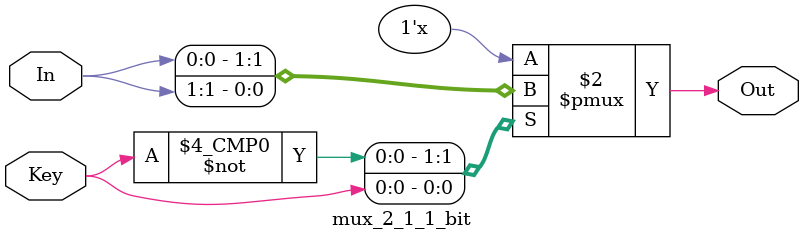
<source format=v>
module mux_2_1_1_bit (input [1:0] In, input Key, output reg Out);
	always @(*)begin
		case(Key)
			1'b0: Out  = In[0];
			1'b1: Out  = In[1];
		endcase
	end
endmodule
</source>
